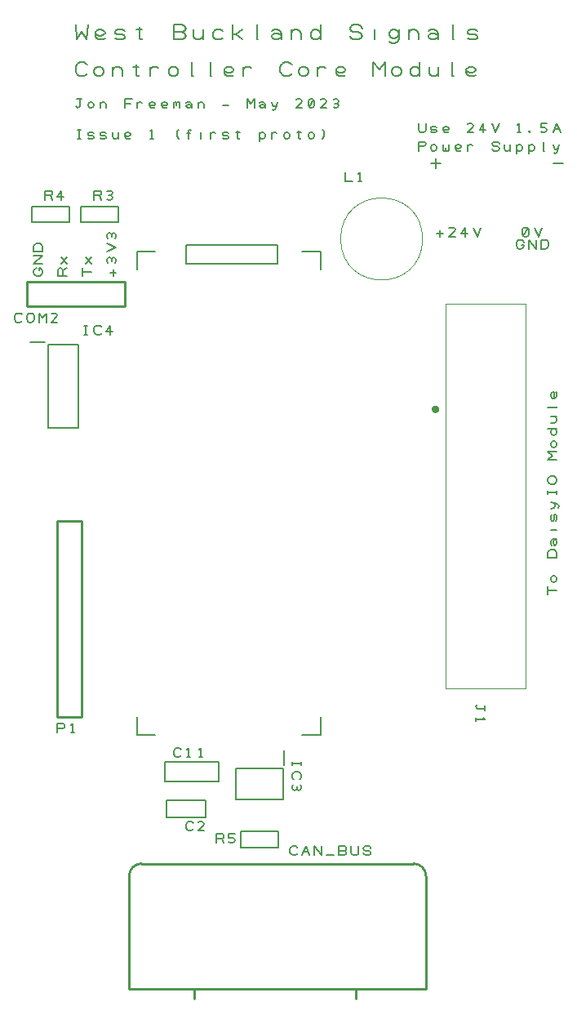
<source format=gbr>
G04 Easy-PC Gerber Version 25.0 Build 5877*
G04 #@! TF.Part,Single*
G04 #@! TF.FileFunction,Legend,Top*
G04 #@! TF.FilePolarity,Positive*
%FSLAX35Y35*%
%MOIN*%
%ADD14C,0.00394*%
%ADD19C,0.00500*%
%ADD18C,0.00787*%
%ADD117C,0.01000*%
%ADD70C,0.01575*%
G04 #@! TD.AperFunction*
X0Y0D02*
D02*
D14*
X151018Y320250D02*
X184482D02*
G75*
G03*
X151018I-16732J0D01*
G01*
X184482D02*
G75*
G02*
X151018I-16732J0D01*
G01*
X226589Y293636D02*
Y136864D01*
X193911D01*
Y293636D01*
X226589D01*
D02*
D18*
X24069Y278006D02*
X30081D01*
X31459Y277250D02*
X44041D01*
Y243250D01*
X31459D01*
Y277250D01*
X127396Y104049D02*
Y91451D01*
X108104D01*
Y104049D01*
X127396D01*
X127907Y111431D02*
Y105427D01*
D02*
D19*
X20875Y286813D02*
X20563Y286500D01*
X19937Y286187D01*
X19000D01*
X18375Y286500D01*
X18063Y286813D01*
X17750Y287437D01*
Y288687D01*
X18063Y289313D01*
X18375Y289625D01*
X19000Y289937D01*
X19937D01*
X20563Y289625D01*
X20875Y289313D01*
X22750Y287437D02*
Y288687D01*
X23063Y289313D01*
X23375Y289625D01*
X24000Y289937D01*
X24625D01*
X25250Y289625D01*
X25563Y289313D01*
X25875Y288687D01*
Y287437D01*
X25563Y286813D01*
X25250Y286500D01*
X24625Y286187D01*
X24000D01*
X23375Y286500D01*
X23063Y286813D01*
X22750Y287437D01*
X27750Y286187D02*
Y289937D01*
X29313Y288063D01*
X30875Y289937D01*
Y286187D01*
X35250D02*
X32750D01*
X34937Y288375D01*
X35250Y289000D01*
X34937Y289625D01*
X34313Y289937D01*
X33375D01*
X32750Y289625D01*
X25050Y327150D02*
X40250D01*
Y333550D01*
X25050D01*
Y327150D01*
X27750Y307437D02*
Y308375D01*
X28063D01*
X28687Y308063D01*
X29000Y307750D01*
X29313Y307125D01*
Y306500D01*
X29000Y305875D01*
X28687Y305563D01*
X28063Y305250D01*
X26813D01*
X26187Y305563D01*
X25875Y305875D01*
X25563Y306500D01*
Y307125D01*
X25875Y307750D01*
X26187Y308063D01*
X26813Y308375D01*
X29313Y310250D02*
X25563D01*
X29313Y313375D01*
X25563D01*
X29313Y315250D02*
X25563D01*
Y317125D01*
X25875Y317750D01*
X26187Y318063D01*
X26813Y318375D01*
X28063D01*
X28687Y318063D01*
X29000Y317750D01*
X29313Y317125D01*
Y315250D01*
X30250Y336187D02*
Y339937D01*
X32437D01*
X33063Y339625D01*
X33375Y339000D01*
X33063Y338375D01*
X32437Y338063D01*
X30250D01*
X32437D02*
X33375Y336187D01*
X36813D02*
Y339937D01*
X35250Y337437D01*
X37750D01*
X35250Y118687D02*
Y122437D01*
X37437D01*
X38063Y122125D01*
X38375Y121500D01*
X38063Y120875D01*
X37437Y120563D01*
X35250D01*
X40875Y118687D02*
X42125D01*
X41500D02*
Y122437D01*
X40875Y121813D01*
X39313Y305250D02*
X35563D01*
Y307437D01*
X35875Y308063D01*
X36500Y308375D01*
X37125Y308063D01*
X37437Y307437D01*
Y305250D01*
Y307437D02*
X39313Y308375D01*
Y310250D02*
X36813Y312750D01*
X39313D02*
X36813Y310250D01*
X43687Y361187D02*
X44937D01*
X44313D02*
Y364937D01*
X43687D02*
X44937D01*
X47750Y361500D02*
X48375Y361187D01*
X49625D01*
X50250Y361500D01*
Y362125D01*
X49625Y362437D01*
X48375D01*
X47750Y362750D01*
Y363375D01*
X48375Y363687D01*
X49625D01*
X50250Y363375D01*
X52750Y361500D02*
X53375Y361187D01*
X54625D01*
X55250Y361500D01*
Y362125D01*
X54625Y362437D01*
X53375D01*
X52750Y362750D01*
Y363375D01*
X53375Y363687D01*
X54625D01*
X55250Y363375D01*
X57750Y363687D02*
Y362125D01*
X58063Y361500D01*
X58687Y361187D01*
X59313D01*
X59937Y361500D01*
X60250Y362125D01*
Y363687D02*
Y361187D01*
X65250Y361500D02*
X64937Y361187D01*
X64313D01*
X63687D01*
X63063Y361500D01*
X62750Y362125D01*
Y363063D01*
X63063Y363375D01*
X63687Y363687D01*
X64313D01*
X64937Y363375D01*
X65250Y363063D01*
Y362750D01*
X64937Y362437D01*
X64313Y362125D01*
X63687D01*
X63063Y362437D01*
X62750Y362750D01*
X73375Y361187D02*
X74625D01*
X74000D02*
Y364937D01*
X73375Y364313D01*
X84937Y361187D02*
X84313Y362125D01*
Y364313D01*
X84937Y364937D01*
X89000Y361187D02*
Y364313D01*
X89313Y364625D01*
X89625D01*
X89937Y364313D01*
X88375Y363375D02*
X89625D01*
X94000Y361187D02*
Y363687D01*
Y364625D02*
X97750Y361187D02*
Y363687D01*
Y362750D02*
X98063Y363375D01*
X98687Y363687D01*
X99313D01*
X99937Y363375D01*
X102750Y361500D02*
X103375Y361187D01*
X104625D01*
X105250Y361500D01*
Y362125D01*
X104625Y362437D01*
X103375D01*
X102750Y362750D01*
Y363375D01*
X103375Y363687D01*
X104625D01*
X105250Y363375D01*
X108271Y363687D02*
X109729D01*
X109000Y364313D02*
Y361500D01*
X109313Y361187D01*
X109625D01*
X109937Y361500D01*
X117750Y363687D02*
Y360250D01*
Y362125D02*
X118063Y361500D01*
X118687Y361187D01*
X119313D01*
X119937Y361500D01*
X120250Y362125D01*
Y362750D01*
X119937Y363375D01*
X119313Y363687D01*
X118687D01*
X118063Y363375D01*
X117750Y362750D01*
Y362125D01*
X122750Y361187D02*
Y363687D01*
Y362750D02*
X123063Y363375D01*
X123687Y363687D01*
X124313D01*
X124937Y363375D01*
X127750Y362125D02*
X128063Y361500D01*
X128687Y361187D01*
X129313D01*
X129937Y361500D01*
X130250Y362125D01*
Y362750D01*
X129937Y363375D01*
X129313Y363687D01*
X128687D01*
X128063Y363375D01*
X127750Y362750D01*
Y362125D01*
X133271Y363687D02*
X134729D01*
X134000Y364313D02*
Y361500D01*
X134313Y361187D01*
X134625D01*
X134937Y361500D01*
X137750Y362125D02*
X138063Y361500D01*
X138687Y361187D01*
X139313D01*
X139937Y361500D01*
X140250Y362125D01*
Y362750D01*
X139937Y363375D01*
X139313Y363687D01*
X138687D01*
X138063Y363375D01*
X137750Y362750D01*
Y362125D01*
X143687Y361187D02*
X144313Y362125D01*
Y364313D01*
X143687Y364937D01*
X42750Y374313D02*
X43063Y374000D01*
X43687Y373687D01*
X44313Y374000D01*
X44625Y374313D01*
Y377437D01*
X45250D01*
X44625D02*
X43375D01*
X47750Y374625D02*
X48063Y374000D01*
X48687Y373687D01*
X49313D01*
X49937Y374000D01*
X50250Y374625D01*
Y375250D01*
X49937Y375875D01*
X49313Y376187D01*
X48687D01*
X48063Y375875D01*
X47750Y375250D01*
Y374625D01*
X52750Y373687D02*
Y376187D01*
Y375250D02*
X53063Y375875D01*
X53687Y376187D01*
X54313D01*
X54937Y375875D01*
X55250Y375250D01*
Y373687D01*
X62750D02*
Y377437D01*
X65875D01*
X65250Y375563D02*
X62750D01*
X67750Y373687D02*
Y376187D01*
Y375250D02*
X68063Y375875D01*
X68687Y376187D01*
X69313D01*
X69937Y375875D01*
X75250Y374000D02*
X74937Y373687D01*
X74313D01*
X73687D01*
X73063Y374000D01*
X72750Y374625D01*
Y375563D01*
X73063Y375875D01*
X73687Y376187D01*
X74313D01*
X74937Y375875D01*
X75250Y375563D01*
Y375250D01*
X74937Y374937D01*
X74313Y374625D01*
X73687D01*
X73063Y374937D01*
X72750Y375250D01*
X80250Y374000D02*
X79937Y373687D01*
X79313D01*
X78687D01*
X78063Y374000D01*
X77750Y374625D01*
Y375563D01*
X78063Y375875D01*
X78687Y376187D01*
X79313D01*
X79937Y375875D01*
X80250Y375563D01*
Y375250D01*
X79937Y374937D01*
X79313Y374625D01*
X78687D01*
X78063Y374937D01*
X77750Y375250D01*
X82750Y373687D02*
Y376187D01*
Y375875D02*
X83063Y376187D01*
X83687D01*
X84000Y375875D01*
Y374937D01*
Y375875D02*
X84313Y376187D01*
X84937D01*
X85250Y375875D01*
Y373687D01*
X87750Y375875D02*
X88375Y376187D01*
X89313D01*
X89937Y375875D01*
X90250Y375250D01*
Y374313D01*
X89937Y374000D01*
X89313Y373687D01*
X88687D01*
X88063Y374000D01*
X87750Y374313D01*
Y374625D01*
X88063Y374937D01*
X88687Y375250D01*
X89313D01*
X89937Y374937D01*
X90250Y374625D01*
Y374313D02*
Y373687D01*
X92750D02*
Y376187D01*
Y375250D02*
X93063Y375875D01*
X93687Y376187D01*
X94313D01*
X94937Y375875D01*
X95250Y375250D01*
Y373687D01*
X102750Y374937D02*
X105250D01*
X112750Y373687D02*
Y377437D01*
X114313Y375563D01*
X115875Y377437D01*
Y373687D01*
X117750Y375875D02*
X118375Y376187D01*
X119313D01*
X119937Y375875D01*
X120250Y375250D01*
Y374313D01*
X119937Y374000D01*
X119313Y373687D01*
X118687D01*
X118063Y374000D01*
X117750Y374313D01*
Y374625D01*
X118063Y374937D01*
X118687Y375250D01*
X119313D01*
X119937Y374937D01*
X120250Y374625D01*
Y374313D02*
Y373687D01*
X122750Y376187D02*
X123063Y374937D01*
X123687Y374313D01*
X124313D01*
X124937Y374937D01*
X125250Y376187D01*
X124937Y374937D02*
X124625Y373687D01*
X124313Y373063D01*
X123687Y372750D01*
X123063Y373063D01*
X135250Y373687D02*
X132750D01*
X134937Y375875D01*
X135250Y376500D01*
X134937Y377125D01*
X134313Y377437D01*
X133375D01*
X132750Y377125D01*
X138063Y374000D02*
X138687Y373687D01*
X139313D01*
X139937Y374000D01*
X140250Y374625D01*
Y376500D01*
X139937Y377125D01*
X139313Y377437D01*
X138687D01*
X138063Y377125D01*
X137750Y376500D01*
Y374625D01*
X138063Y374000D01*
X139937Y377125D01*
X145250Y373687D02*
X142750D01*
X144937Y375875D01*
X145250Y376500D01*
X144937Y377125D01*
X144313Y377437D01*
X143375D01*
X142750Y377125D01*
X148063Y374000D02*
X148687Y373687D01*
X149313D01*
X149937Y374000D01*
X150250Y374625D01*
X149937Y375250D01*
X149313Y375563D01*
X148687D01*
X149313D02*
X149937Y375875D01*
X150250Y376500D01*
X149937Y377125D01*
X149313Y377437D01*
X148687D01*
X148063Y377125D01*
X47500Y387625D02*
X47025Y387150D01*
X46075Y386675D01*
X44650D01*
X43700Y387150D01*
X43225Y387625D01*
X42750Y388575D01*
Y390475D01*
X43225Y391425D01*
X43700Y391900D01*
X44650Y392375D01*
X46075D01*
X47025Y391900D01*
X47500Y391425D01*
X50350Y388100D02*
X50825Y387150D01*
X51775Y386675D01*
X52725D01*
X53675Y387150D01*
X54150Y388100D01*
Y389050D01*
X53675Y390000D01*
X52725Y390475D01*
X51775D01*
X50825Y390000D01*
X50350Y389050D01*
Y388100D01*
X57950Y386675D02*
Y390475D01*
Y389050D02*
X58425Y390000D01*
X59375Y390475D01*
X60325D01*
X61275Y390000D01*
X61750Y389050D01*
Y386675D01*
X66342Y390475D02*
X68558D01*
X67450Y391425D02*
Y387150D01*
X67925Y386675D01*
X68400D01*
X68875Y387150D01*
X73150Y386675D02*
Y390475D01*
Y389050D02*
X73625Y390000D01*
X74575Y390475D01*
X75525D01*
X76475Y390000D01*
X80750Y388100D02*
X81225Y387150D01*
X82175Y386675D01*
X83125D01*
X84075Y387150D01*
X84550Y388100D01*
Y389050D01*
X84075Y390000D01*
X83125Y390475D01*
X82175D01*
X81225Y390000D01*
X80750Y389050D01*
Y388100D01*
X90725Y386675D02*
X90250D01*
Y392375D01*
X98325Y386675D02*
X97850D01*
Y392375D01*
X107350Y387150D02*
X106875Y386675D01*
X105925D01*
X104975D01*
X104025Y387150D01*
X103550Y388100D01*
Y389525D01*
X104025Y390000D01*
X104975Y390475D01*
X105925D01*
X106875Y390000D01*
X107350Y389525D01*
Y389050D01*
X106875Y388575D01*
X105925Y388100D01*
X104975D01*
X104025Y388575D01*
X103550Y389050D01*
X111150Y386675D02*
Y390475D01*
Y389050D02*
X111625Y390000D01*
X112575Y390475D01*
X113525D01*
X114475Y390000D01*
X131100Y387625D02*
X130625Y387150D01*
X129675Y386675D01*
X128250D01*
X127300Y387150D01*
X126825Y387625D01*
X126350Y388575D01*
Y390475D01*
X126825Y391425D01*
X127300Y391900D01*
X128250Y392375D01*
X129675D01*
X130625Y391900D01*
X131100Y391425D01*
X133950Y388100D02*
X134425Y387150D01*
X135375Y386675D01*
X136325D01*
X137275Y387150D01*
X137750Y388100D01*
Y389050D01*
X137275Y390000D01*
X136325Y390475D01*
X135375D01*
X134425Y390000D01*
X133950Y389050D01*
Y388100D01*
X141550Y386675D02*
Y390475D01*
Y389050D02*
X142025Y390000D01*
X142975Y390475D01*
X143925D01*
X144875Y390000D01*
X152950Y387150D02*
X152475Y386675D01*
X151525D01*
X150575D01*
X149625Y387150D01*
X149150Y388100D01*
Y389525D01*
X149625Y390000D01*
X150575Y390475D01*
X151525D01*
X152475Y390000D01*
X152950Y389525D01*
Y389050D01*
X152475Y388575D01*
X151525Y388100D01*
X150575D01*
X149625Y388575D01*
X149150Y389050D01*
X164350Y386675D02*
Y392375D01*
X166725Y389525D01*
X169100Y392375D01*
Y386675D01*
X171950Y388100D02*
X172425Y387150D01*
X173375Y386675D01*
X174325D01*
X175275Y387150D01*
X175750Y388100D01*
Y389050D01*
X175275Y390000D01*
X174325Y390475D01*
X173375D01*
X172425Y390000D01*
X171950Y389050D01*
Y388100D01*
X183350Y389050D02*
X182875Y390000D01*
X181925Y390475D01*
X180975D01*
X180025Y390000D01*
X179550Y389050D01*
Y388100D01*
X180025Y387150D01*
X180975Y386675D01*
X181925D01*
X182875Y387150D01*
X183350Y388100D01*
Y386675D02*
Y392375D01*
X187150Y390475D02*
Y388100D01*
X187625Y387150D01*
X188575Y386675D01*
X189525D01*
X190475Y387150D01*
X190950Y388100D01*
Y390475D02*
Y386675D01*
X197125D02*
X196650D01*
Y392375D01*
X206150Y387150D02*
X205675Y386675D01*
X204725D01*
X203775D01*
X202825Y387150D01*
X202350Y388100D01*
Y389525D01*
X202825Y390000D01*
X203775Y390475D01*
X204725D01*
X205675Y390000D01*
X206150Y389525D01*
Y389050D01*
X205675Y388575D01*
X204725Y388100D01*
X203775D01*
X202825Y388575D01*
X202350Y389050D01*
X42750Y407750D02*
X43250Y401750D01*
X45250Y404750D01*
X47250Y401750D01*
X47750Y407750D01*
X54750Y402250D02*
X54250Y401750D01*
X53250D01*
X52250D01*
X51250Y402250D01*
X50750Y403250D01*
Y404750D01*
X51250Y405250D01*
X52250Y405750D01*
X53250D01*
X54250Y405250D01*
X54750Y404750D01*
Y404250D01*
X54250Y403750D01*
X53250Y403250D01*
X52250D01*
X51250Y403750D01*
X50750Y404250D01*
X58750Y402250D02*
X59750Y401750D01*
X61750D01*
X62750Y402250D01*
Y403250D01*
X61750Y403750D01*
X59750D01*
X58750Y404250D01*
Y405250D01*
X59750Y405750D01*
X61750D01*
X62750Y405250D01*
X67583Y405750D02*
X69917D01*
X68750Y406750D02*
Y402250D01*
X69250Y401750D01*
X69750D01*
X70250Y402250D01*
X86250Y404750D02*
X87250Y404250D01*
X87750Y403250D01*
X87250Y402250D01*
X86250Y401750D01*
X82750D01*
Y407750D01*
X86250D01*
X87250Y407250D01*
X87750Y406250D01*
X87250Y405250D01*
X86250Y404750D01*
X82750D01*
X90750Y405750D02*
Y403250D01*
X91250Y402250D01*
X92250Y401750D01*
X93250D01*
X94250Y402250D01*
X94750Y403250D01*
Y405750D02*
Y401750D01*
X102750Y405250D02*
X101750Y405750D01*
X100250D01*
X99250Y405250D01*
X98750Y404250D01*
Y403250D01*
X99250Y402250D01*
X100250Y401750D01*
X101750D01*
X102750Y402250D01*
X106750Y401750D02*
Y407750D01*
Y403750D02*
X108250D01*
X110750Y405750D01*
X108250Y403750D02*
X110750Y401750D01*
X117250D02*
X116750D01*
Y407750D01*
X122750Y405250D02*
X123750Y405750D01*
X125250D01*
X126250Y405250D01*
X126750Y404250D01*
Y402750D01*
X126250Y402250D01*
X125250Y401750D01*
X124250D01*
X123250Y402250D01*
X122750Y402750D01*
Y403250D01*
X123250Y403750D01*
X124250Y404250D01*
X125250D01*
X126250Y403750D01*
X126750Y403250D01*
Y402750D02*
Y401750D01*
X130750D02*
Y405750D01*
Y404250D02*
X131250Y405250D01*
X132250Y405750D01*
X133250D01*
X134250Y405250D01*
X134750Y404250D01*
Y401750D01*
X142750Y404250D02*
X142250Y405250D01*
X141250Y405750D01*
X140250D01*
X139250Y405250D01*
X138750Y404250D01*
Y403250D01*
X139250Y402250D01*
X140250Y401750D01*
X141250D01*
X142250Y402250D01*
X142750Y403250D01*
Y401750D02*
Y407750D01*
X154750Y403250D02*
X155250Y402250D01*
X156250Y401750D01*
X158250D01*
X159250Y402250D01*
X159750Y403250D01*
X159250Y404250D01*
X158250Y404750D01*
X156250D01*
X155250Y405250D01*
X154750Y406250D01*
X155250Y407250D01*
X156250Y407750D01*
X158250D01*
X159250Y407250D01*
X159750Y406250D01*
X164750Y401750D02*
Y405750D01*
Y407250D02*
X174750Y404250D02*
X174250Y405250D01*
X173250Y405750D01*
X172250D01*
X171250Y405250D01*
X170750Y404250D01*
Y403750D01*
X171250Y402750D01*
X172250Y402250D01*
X173250D01*
X174250Y402750D01*
X174750Y403750D01*
Y405750D02*
Y401750D01*
X174250Y400750D01*
X173250Y400250D01*
X171750D01*
X170750Y400750D01*
X178750Y401750D02*
Y405750D01*
Y404250D02*
X179250Y405250D01*
X180250Y405750D01*
X181250D01*
X182250Y405250D01*
X182750Y404250D01*
Y401750D01*
X186750Y405250D02*
X187750Y405750D01*
X189250D01*
X190250Y405250D01*
X190750Y404250D01*
Y402750D01*
X190250Y402250D01*
X189250Y401750D01*
X188250D01*
X187250Y402250D01*
X186750Y402750D01*
Y403250D01*
X187250Y403750D01*
X188250Y404250D01*
X189250D01*
X190250Y403750D01*
X190750Y403250D01*
Y402750D02*
Y401750D01*
X197250D02*
X196750D01*
Y407750D01*
X202750Y402250D02*
X203750Y401750D01*
X205750D01*
X206750Y402250D01*
Y403250D01*
X205750Y403750D01*
X203750D01*
X202750Y404250D01*
Y405250D01*
X203750Y405750D01*
X205750D01*
X206750Y405250D01*
X45050Y327150D02*
X60250D01*
Y333550D01*
X45050D01*
Y327150D01*
X46187Y281187D02*
X47437D01*
X46813D02*
Y284937D01*
X46187D02*
X47437D01*
X53375Y281813D02*
X53063Y281500D01*
X52437Y281187D01*
X51500D01*
X50875Y281500D01*
X50563Y281813D01*
X50250Y282437D01*
Y283687D01*
X50563Y284313D01*
X50875Y284625D01*
X51500Y284937D01*
X52437D01*
X53063Y284625D01*
X53375Y284313D01*
X56813Y281187D02*
Y284937D01*
X55250Y282437D01*
X57750D01*
X49313Y306813D02*
X45563D01*
Y305250D02*
Y308375D01*
X49313Y310250D02*
X46813Y312750D01*
X49313D02*
X46813Y310250D01*
X50250Y336187D02*
Y339937D01*
X52437D01*
X53063Y339625D01*
X53375Y339000D01*
X53063Y338375D01*
X52437Y338063D01*
X50250D01*
X52437D02*
X53375Y336187D01*
X55563Y336500D02*
X56187Y336187D01*
X56813D01*
X57437Y336500D01*
X57750Y337125D01*
X57437Y337750D01*
X56813Y338063D01*
X56187D01*
X56813D02*
X57437Y338375D01*
X57750Y339000D01*
X57437Y339625D01*
X56813Y339937D01*
X56187D01*
X55563Y339625D01*
X58063Y305250D02*
Y307750D01*
X59313Y306500D02*
X56813D01*
X59000Y310563D02*
X59313Y311187D01*
Y311813D01*
X59000Y312437D01*
X58375Y312750D01*
X57750Y312437D01*
X57437Y311813D01*
Y311187D01*
Y311813D02*
X57125Y312437D01*
X56500Y312750D01*
X55875Y312437D01*
X55563Y311813D01*
Y311187D01*
X55875Y310563D01*
X55563Y315250D02*
X59313Y316813D01*
X55563Y318375D01*
X59000Y320563D02*
X59313Y321187D01*
Y321813D01*
X59000Y322437D01*
X58375Y322750D01*
X57750Y322437D01*
X57437Y321813D01*
Y321187D01*
Y321813D02*
X57125Y322437D01*
X56500Y322750D01*
X55875Y322437D01*
X55563Y321813D01*
Y321187D01*
X55875Y320563D01*
X67750Y315250D02*
X75250D01*
X67750D02*
Y307750D01*
X75250Y117750D02*
X67750D01*
Y125250D01*
X79250Y98750D02*
X101250D01*
Y106750D01*
X79250D01*
Y98750D01*
X79750Y84250D02*
X95750D01*
Y91250D01*
X79750D01*
Y84250D01*
X85875Y109313D02*
X85563Y109000D01*
X84937Y108687D01*
X84000D01*
X83375Y109000D01*
X83063Y109313D01*
X82750Y109937D01*
Y111187D01*
X83063Y111813D01*
X83375Y112125D01*
X84000Y112437D01*
X84937D01*
X85563Y112125D01*
X85875Y111813D01*
X88375Y108687D02*
X89625D01*
X89000D02*
Y112437D01*
X88375Y111813D01*
X93375Y108687D02*
X94625D01*
X94000D02*
Y112437D01*
X93375Y111813D01*
X90875Y79313D02*
X90563Y79000D01*
X89937Y78687D01*
X89000D01*
X88375Y79000D01*
X88063Y79313D01*
X87750Y79937D01*
Y81187D01*
X88063Y81813D01*
X88375Y82125D01*
X89000Y82437D01*
X89937D01*
X90563Y82125D01*
X90875Y81813D01*
X95250Y78687D02*
X92750D01*
X94937Y80875D01*
X95250Y81500D01*
X94937Y82125D01*
X94313Y82437D01*
X93375D01*
X92750Y82125D01*
X87750Y310250D02*
X125250D01*
Y317750D01*
X87750D01*
Y310250D01*
X100250Y73687D02*
Y77437D01*
X102437D01*
X103063Y77125D01*
X103375Y76500D01*
X103063Y75875D01*
X102437Y75563D01*
X100250D01*
X102437D02*
X103375Y73687D01*
X105250Y74000D02*
X105875Y73687D01*
X106813D01*
X107437Y74000D01*
X107750Y74625D01*
Y74937D01*
X107437Y75563D01*
X106813Y75875D01*
X105250D01*
Y77437D01*
X107750D01*
X125450Y78350D02*
X110250D01*
Y71950D01*
X125450D01*
Y78350D01*
X133375Y69313D02*
X133063Y69000D01*
X132437Y68687D01*
X131500D01*
X130875Y69000D01*
X130563Y69313D01*
X130250Y69937D01*
Y71187D01*
X130563Y71813D01*
X130875Y72125D01*
X131500Y72437D01*
X132437D01*
X133063Y72125D01*
X133375Y71813D01*
X135250Y68687D02*
X136813Y72437D01*
X138375Y68687D01*
X135875Y70250D02*
X137750D01*
X140250Y68687D02*
Y72437D01*
X143375Y68687D01*
Y72437D01*
X145250Y68687D02*
X148375D01*
X152437Y70563D02*
X153063Y70250D01*
X153375Y69625D01*
X153063Y69000D01*
X152437Y68687D01*
X150250D01*
Y72437D01*
X152437D01*
X153063Y72125D01*
X153375Y71500D01*
X153063Y70875D01*
X152437Y70563D01*
X150250D01*
X155250Y72437D02*
Y69625D01*
X155563Y69000D01*
X156187Y68687D01*
X157437D01*
X158063Y69000D01*
X158375Y69625D01*
Y72437D01*
X160250Y69625D02*
X160563Y69000D01*
X161187Y68687D01*
X162437D01*
X163063Y69000D01*
X163375Y69625D01*
X163063Y70250D01*
X162437Y70563D01*
X161187D01*
X160563Y70875D01*
X160250Y71500D01*
X160563Y72125D01*
X161187Y72437D01*
X162437D01*
X163063Y72125D01*
X163375Y71500D01*
X131187Y106813D02*
Y105563D01*
Y106187D02*
X134937D01*
Y106813D02*
Y105563D01*
X131813Y99625D02*
X131500Y99937D01*
X131187Y100563D01*
Y101500D01*
X131500Y102125D01*
X131813Y102437D01*
X132437Y102750D01*
X133687D01*
X134313Y102437D01*
X134625Y102125D01*
X134937Y101500D01*
Y100563D01*
X134625Y99937D01*
X134313Y99625D01*
X131500Y97437D02*
X131187Y96813D01*
Y96187D01*
X131500Y95563D01*
X132125Y95250D01*
X132750Y95563D01*
X133063Y96187D01*
Y96813D01*
Y96187D02*
X133375Y95563D01*
X134000Y95250D01*
X134625Y95563D01*
X134937Y96187D01*
Y96813D01*
X134625Y97437D01*
X135250Y117750D02*
X142750D01*
Y125250D01*
Y315250D02*
X135250D01*
X142750D02*
Y307750D01*
X152750Y347437D02*
Y343687D01*
X155875D01*
X158375D02*
X159625D01*
X159000D02*
Y347437D01*
X158375Y346813D01*
X182750Y356187D02*
Y359937D01*
X184937D01*
X185563Y359625D01*
X185875Y359000D01*
X185563Y358375D01*
X184937Y358063D01*
X182750D01*
X187750Y357125D02*
X188063Y356500D01*
X188687Y356187D01*
X189313D01*
X189937Y356500D01*
X190250Y357125D01*
Y357750D01*
X189937Y358375D01*
X189313Y358687D01*
X188687D01*
X188063Y358375D01*
X187750Y357750D01*
Y357125D01*
X192750Y358687D02*
Y356500D01*
X193063Y356187D01*
X193687D01*
X194000Y356500D01*
Y357437D01*
Y356500D02*
X194313Y356187D01*
X194937D01*
X195250Y356500D01*
Y358687D01*
X200250Y356500D02*
X199937Y356187D01*
X199313D01*
X198687D01*
X198063Y356500D01*
X197750Y357125D01*
Y358063D01*
X198063Y358375D01*
X198687Y358687D01*
X199313D01*
X199937Y358375D01*
X200250Y358063D01*
Y357750D01*
X199937Y357437D01*
X199313Y357125D01*
X198687D01*
X198063Y357437D01*
X197750Y357750D01*
X202750Y356187D02*
Y358687D01*
Y357750D02*
X203063Y358375D01*
X203687Y358687D01*
X204313D01*
X204937Y358375D01*
X212750Y357125D02*
X213063Y356500D01*
X213687Y356187D01*
X214937D01*
X215563Y356500D01*
X215875Y357125D01*
X215563Y357750D01*
X214937Y358063D01*
X213687D01*
X213063Y358375D01*
X212750Y359000D01*
X213063Y359625D01*
X213687Y359937D01*
X214937D01*
X215563Y359625D01*
X215875Y359000D01*
X217750Y358687D02*
Y357125D01*
X218063Y356500D01*
X218687Y356187D01*
X219313D01*
X219937Y356500D01*
X220250Y357125D01*
Y358687D02*
Y356187D01*
X222750Y358687D02*
Y355250D01*
Y357125D02*
X223063Y356500D01*
X223687Y356187D01*
X224313D01*
X224937Y356500D01*
X225250Y357125D01*
Y357750D01*
X224937Y358375D01*
X224313Y358687D01*
X223687D01*
X223063Y358375D01*
X222750Y357750D01*
Y357125D01*
X227750Y358687D02*
Y355250D01*
Y357125D02*
X228063Y356500D01*
X228687Y356187D01*
X229313D01*
X229937Y356500D01*
X230250Y357125D01*
Y357750D01*
X229937Y358375D01*
X229313Y358687D01*
X228687D01*
X228063Y358375D01*
X227750Y357750D01*
Y357125D01*
X234313Y356187D02*
X234000D01*
Y359937D01*
X237750Y358687D02*
X238063Y357437D01*
X238687Y356813D01*
X239313D01*
X239937Y357437D01*
X240250Y358687D01*
X239937Y357437D02*
X239625Y356187D01*
X239313Y355563D01*
X238687Y355250D01*
X238063Y355563D01*
X182750Y367437D02*
Y364625D01*
X183063Y364000D01*
X183687Y363687D01*
X184937D01*
X185563Y364000D01*
X185875Y364625D01*
Y367437D01*
X187750Y364000D02*
X188375Y363687D01*
X189625D01*
X190250Y364000D01*
Y364625D01*
X189625Y364937D01*
X188375D01*
X187750Y365250D01*
Y365875D01*
X188375Y366187D01*
X189625D01*
X190250Y365875D01*
X195250Y364000D02*
X194937Y363687D01*
X194313D01*
X193687D01*
X193063Y364000D01*
X192750Y364625D01*
Y365563D01*
X193063Y365875D01*
X193687Y366187D01*
X194313D01*
X194937Y365875D01*
X195250Y365563D01*
Y365250D01*
X194937Y364937D01*
X194313Y364625D01*
X193687D01*
X193063Y364937D01*
X192750Y365250D01*
X205250Y363687D02*
X202750D01*
X204937Y365875D01*
X205250Y366500D01*
X204937Y367125D01*
X204313Y367437D01*
X203375D01*
X202750Y367125D01*
X209313Y363687D02*
Y367437D01*
X207750Y364937D01*
X210250D01*
X212750Y367437D02*
X214313Y363687D01*
X215875Y367437D01*
X223375Y363687D02*
X224625D01*
X224000D02*
Y367437D01*
X223375Y366813D01*
X228063Y363687D02*
X228375Y364000D01*
X228063Y364313D01*
X227750Y364000D01*
X228063Y363687D01*
X232750Y364000D02*
X233375Y363687D01*
X234313D01*
X234937Y364000D01*
X235250Y364625D01*
Y364937D01*
X234937Y365563D01*
X234313Y365875D01*
X232750D01*
Y367437D01*
X235250D01*
X237750Y363687D02*
X239313Y367437D01*
X240875Y363687D01*
X238375Y365250D02*
X240250D01*
X187750Y351250D02*
X191750D01*
X189750Y349250D02*
Y353250D01*
X190250Y322437D02*
X192750D01*
X191500Y321187D02*
Y323687D01*
X197750Y321187D02*
X195250D01*
X197437Y323375D01*
X197750Y324000D01*
X197437Y324625D01*
X196813Y324937D01*
X195875D01*
X195250Y324625D01*
X201813Y321187D02*
Y324937D01*
X200250Y322437D01*
X202750D01*
X205250Y324937D02*
X206813Y321187D01*
X208375Y324937D01*
X206813Y130250D02*
X206500Y129937D01*
X206187Y129313D01*
X206500Y128687D01*
X206813Y128375D01*
X209937D01*
Y127750D01*
Y128375D02*
Y129625D01*
X206187Y124625D02*
Y123375D01*
Y124000D02*
X209937D01*
X209313Y124625D01*
X224937Y317750D02*
X225875D01*
Y317437D01*
X225563Y316813D01*
X225250Y316500D01*
X224625Y316187D01*
X224000D01*
X223375Y316500D01*
X223063Y316813D01*
X222750Y317437D01*
Y318687D01*
X223063Y319313D01*
X223375Y319625D01*
X224000Y319937D01*
X224625D01*
X225250Y319625D01*
X225563Y319313D01*
X225875Y318687D01*
X227750Y316187D02*
Y319937D01*
X230875Y316187D01*
Y319937D01*
X232750Y316187D02*
Y319937D01*
X234625D01*
X235250Y319625D01*
X235563Y319313D01*
X235875Y318687D01*
Y317437D01*
X235563Y316813D01*
X235250Y316500D01*
X234625Y316187D01*
X232750D01*
X225563Y321500D02*
X226187Y321187D01*
X226813D01*
X227437Y321500D01*
X227750Y322125D01*
Y324000D01*
X227437Y324625D01*
X226813Y324937D01*
X226187D01*
X225563Y324625D01*
X225250Y324000D01*
Y322125D01*
X225563Y321500D01*
X227437Y324625D01*
X230250Y324937D02*
X231813Y321187D01*
X233375Y324937D01*
X237750Y351250D02*
X241750D01*
X239313Y176813D02*
X235563D01*
Y175250D02*
Y178375D01*
X238375Y180250D02*
X239000Y180563D01*
X239313Y181187D01*
Y181813D01*
X239000Y182437D01*
X238375Y182750D01*
X237750D01*
X237125Y182437D01*
X236813Y181813D01*
Y181187D01*
X237125Y180563D01*
X237750Y180250D01*
X238375D01*
X239313Y190250D02*
X235563D01*
Y192125D01*
X235875Y192750D01*
X236187Y193063D01*
X236813Y193375D01*
X238063D01*
X238687Y193063D01*
X239000Y192750D01*
X239313Y192125D01*
Y190250D01*
X237125Y195250D02*
X236813Y195875D01*
Y196813D01*
X237125Y197437D01*
X237750Y197750D01*
X238687D01*
X239000Y197437D01*
X239313Y196813D01*
Y196187D01*
X239000Y195563D01*
X238687Y195250D01*
X238375D01*
X238063Y195563D01*
X237750Y196187D01*
Y196813D01*
X238063Y197437D01*
X238375Y197750D01*
X238687D02*
X239313D01*
Y201500D02*
X236813D01*
X235875D02*
X239000Y205250D02*
X239313Y205875D01*
Y207125D01*
X239000Y207750D01*
X238375D01*
X238063Y207125D01*
Y205875D01*
X237750Y205250D01*
X237125D01*
X236813Y205875D01*
Y207125D01*
X237125Y207750D01*
X236813Y210250D02*
X238063Y210563D01*
X238687Y211187D01*
Y211813D01*
X238063Y212437D01*
X236813Y212750D01*
X238063Y212437D02*
X239313Y212125D01*
X239937Y211813D01*
X240250Y211187D01*
X239937Y210563D01*
X239313Y216187D02*
Y217437D01*
Y216813D02*
X235563D01*
Y216187D02*
Y217437D01*
X238063Y220250D02*
X236813D01*
X236187Y220563D01*
X235875Y220875D01*
X235563Y221500D01*
Y222125D01*
X235875Y222750D01*
X236187Y223063D01*
X236813Y223375D01*
X238063D01*
X238687Y223063D01*
X239000Y222750D01*
X239313Y222125D01*
Y221500D01*
X239000Y220875D01*
X238687Y220563D01*
X238063Y220250D01*
X239313Y230250D02*
X235563D01*
X237437Y231813D01*
X235563Y233375D01*
X239313D01*
X238375Y235250D02*
X239000Y235563D01*
X239313Y236187D01*
Y236813D01*
X239000Y237437D01*
X238375Y237750D01*
X237750D01*
X237125Y237437D01*
X236813Y236813D01*
Y236187D01*
X237125Y235563D01*
X237750Y235250D01*
X238375D01*
X237750Y242750D02*
X237125Y242437D01*
X236813Y241813D01*
Y241187D01*
X237125Y240563D01*
X237750Y240250D01*
X238375D01*
X239000Y240563D01*
X239313Y241187D01*
Y241813D01*
X239000Y242437D01*
X238375Y242750D01*
X239313D02*
X235563D01*
X236813Y245250D02*
X238375D01*
X239000Y245563D01*
X239313Y246187D01*
Y246813D01*
X239000Y247437D01*
X238375Y247750D01*
X236813D02*
X239313D01*
Y251813D02*
Y251500D01*
X235563D01*
X239000Y257750D02*
X239313Y257437D01*
Y256813D01*
Y256187D01*
X239000Y255563D01*
X238375Y255250D01*
X237437D01*
X237125Y255563D01*
X236813Y256187D01*
Y256813D01*
X237125Y257437D01*
X237437Y257750D01*
X237750D01*
X238063Y257437D01*
X238375Y256813D01*
Y256187D01*
X238063Y255563D01*
X237750Y255250D01*
D02*
D70*
X189778Y249896D02*
G75*
G03*
Y251470I0J787D01*
G01*
Y249896D02*
G75*
G02*
Y251470I0J787D01*
G01*
D02*
D117*
X35250Y205250D02*
Y125250D01*
X45250D01*
Y205250D01*
X35250D01*
X62750Y302750D02*
X22750D01*
Y292750D01*
X62750D01*
Y302750D01*
X69650Y65250D02*
X180850D01*
G75*
G02*
X185850Y60250I0J-5000D01*
G01*
Y14250D01*
X64650D01*
Y60250D01*
G75*
G02*
X69650Y65250I5000J0D01*
G01*
X91250Y14250D02*
Y10250D01*
X157250Y14250D02*
Y10250D01*
X0Y0D02*
M02*

</source>
